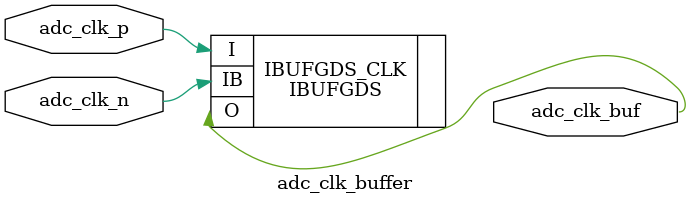
<source format=v>
`timescale 1ns / 1ps
module adc_clk_buffer #(
	)
	//*************************************//
	//************ Ports ******************//
	//*************************************//
	(
		adc_clk_p,
		adc_clk_n,
		adc_clk_buf
    );

	//*************************************//
	//*********** functions *************//
	//*************************************//
	
	
	//*************************************//
	//*********** localparams *************//
	//*************************************//
	
	
	//*************************************//
	//************ inputs *****************//
	//*************************************//
	
	input                                     adc_clk_p;
	input                                     adc_clk_n;
	
	//*************************************//
	//************ outputs ****************//	
	//*************************************//
	
	output                                    adc_clk_buf;

	//*************************************//
	//************ internal ***************//
	//*************************************//
	
	//*************************************//
	//*********** assign outputs **********//
	//*************************************//

	
	//*************************************//
	//*********** assign internals ********//
	//*************************************//

	
	//*************************************//
	//****** Instantiate the modules ******//
	//*************************************//
	
	//***** 差分输入时钟*****//
	IBUFGDS #(
	.DIFF_TERM("TRUE"),       // DifferentiL Termination (Virtex-5, Spartan-3E/3A)
	.IOSTANDARD("DEFAULT")     // Specify the input I/O standard
	) 
	IBUFGDS_CLK (
	.O(adc_clk_buf),  // Buffer output
	.I(adc_clk_p),  // Diff_p buffer input (connect directly to top-level port)
	.IB(adc_clk_n) // Diff_n buffer input (connect directly to top-level port)
	);
	
endmodule

</source>
